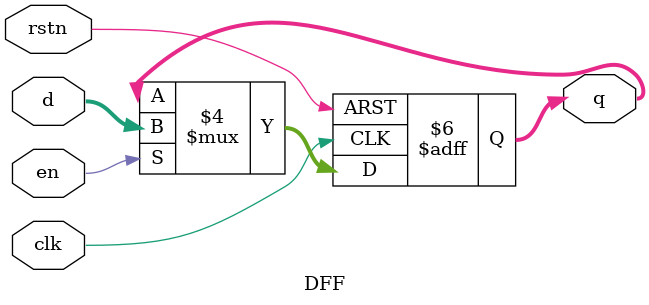
<source format=v>
`timescale 1ns / 1ps


module DFF #(parameter WIDTH = 32, RST_VALUE = 0)(
    input clk, rstn, en,
    input [WIDTH-1:0] d,
    output reg [WIDTH-1:0] q
    );
  always @(posedge clk or negedge rstn) begin
        if(!rstn)
            q <= RST_VALUE;
        else if(en)
            q <= d;
        else
            q <= q;
  end
endmodule

</source>
